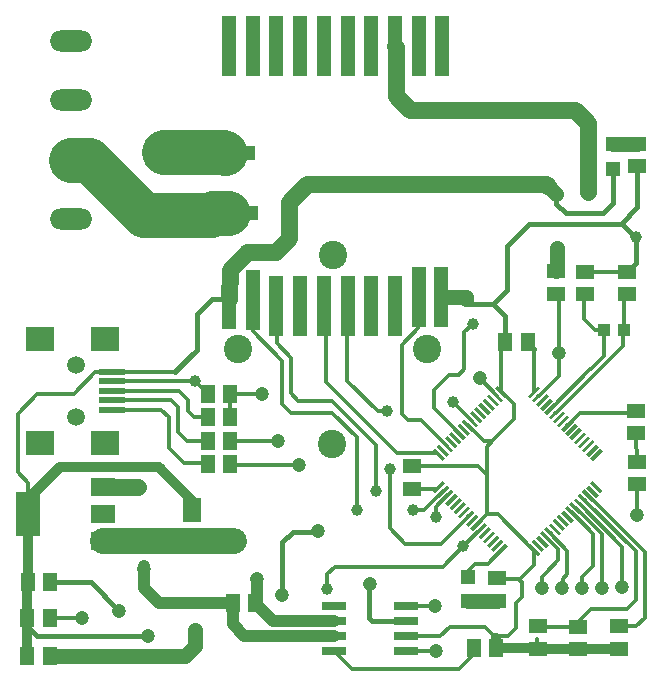
<source format=gbr>
G04 #@! TF.FileFunction,Copper,L1,Top,Signal*
%FSLAX46Y46*%
G04 Gerber Fmt 4.6, Leading zero omitted, Abs format (unit mm)*
G04 Created by KiCad (PCBNEW 4.0.6) date 07/21/17 09:20:33*
%MOMM*%
%LPD*%
G01*
G04 APERTURE LIST*
%ADD10C,0.100000*%
%ADD11R,1.500000X1.300000*%
%ADD12R,2.400000X2.000000*%
%ADD13R,2.308000X0.500000*%
%ADD14R,1.300000X1.500000*%
%ADD15R,2.032000X0.660400*%
%ADD16R,1.100000X1.000000*%
%ADD17R,2.000000X1.500000*%
%ADD18R,2.000000X3.800000*%
%ADD19R,1.200000X1.200000*%
%ADD20R,1.270000X5.080000*%
%ADD21O,3.581400X1.790700*%
%ADD22R,5.080000X1.270000*%
%ADD23R,1.500000X2.000000*%
%ADD24C,2.400000*%
%ADD25C,1.500000*%
%ADD26C,1.206400*%
%ADD27C,1.006400*%
%ADD28C,1.350000*%
%ADD29C,0.304800*%
%ADD30C,1.016000*%
%ADD31C,0.812800*%
%ADD32C,0.406400*%
%ADD33C,1.270000*%
%ADD34C,3.810000*%
%ADD35C,2.184400*%
%ADD36C,1.422400*%
G04 APERTURE END LIST*
D10*
D11*
X169252900Y-129313900D03*
X169252900Y-131213900D03*
X172707300Y-129263100D03*
X172707300Y-131163100D03*
X155206700Y-117624900D03*
X155206700Y-115724900D03*
D12*
X129242700Y-104908900D03*
D13*
X129806700Y-107708900D03*
X129806700Y-108508900D03*
X129806700Y-109308900D03*
X129806700Y-110108900D03*
X129806700Y-110908900D03*
D12*
X123742700Y-104908900D03*
X129242700Y-113708900D03*
X123742700Y-113708900D03*
D14*
X137899100Y-111569500D03*
X139799100Y-111569500D03*
X141907300Y-127292100D03*
X140007300Y-127292100D03*
X160428900Y-131102100D03*
X162328900Y-131102100D03*
D11*
X165900100Y-131137700D03*
X165900100Y-129237700D03*
D14*
X137899100Y-113550700D03*
X139799100Y-113550700D03*
X137899100Y-115531900D03*
X139799100Y-115531900D03*
D15*
X154724100Y-131330700D03*
X148577300Y-131330700D03*
X154724100Y-130060700D03*
X154724100Y-128790700D03*
X148577300Y-130060700D03*
X148577300Y-128790700D03*
X154724100Y-127520700D03*
X148577300Y-127520700D03*
D10*
G36*
X157147143Y-117999888D02*
X156935011Y-117787756D01*
X157783539Y-116939228D01*
X157995671Y-117151360D01*
X157147143Y-117999888D01*
X157147143Y-117999888D01*
G37*
G36*
X157500696Y-118353442D02*
X157288564Y-118141310D01*
X158137092Y-117292782D01*
X158349224Y-117504914D01*
X157500696Y-118353442D01*
X157500696Y-118353442D01*
G37*
G36*
X157854250Y-118706995D02*
X157642118Y-118494863D01*
X158490646Y-117646335D01*
X158702778Y-117858467D01*
X157854250Y-118706995D01*
X157854250Y-118706995D01*
G37*
G36*
X158207803Y-119060548D02*
X157995671Y-118848416D01*
X158844199Y-117999888D01*
X159056331Y-118212020D01*
X158207803Y-119060548D01*
X158207803Y-119060548D01*
G37*
G36*
X158561356Y-119414102D02*
X158349224Y-119201970D01*
X159197752Y-118353442D01*
X159409884Y-118565574D01*
X158561356Y-119414102D01*
X158561356Y-119414102D01*
G37*
G36*
X158914910Y-119767655D02*
X158702778Y-119555523D01*
X159551306Y-118706995D01*
X159763438Y-118919127D01*
X158914910Y-119767655D01*
X158914910Y-119767655D01*
G37*
G36*
X159268463Y-120121209D02*
X159056331Y-119909077D01*
X159904859Y-119060549D01*
X160116991Y-119272681D01*
X159268463Y-120121209D01*
X159268463Y-120121209D01*
G37*
G36*
X159622017Y-120474762D02*
X159409885Y-120262630D01*
X160258413Y-119414102D01*
X160470545Y-119626234D01*
X159622017Y-120474762D01*
X159622017Y-120474762D01*
G37*
G36*
X159975570Y-120828315D02*
X159763438Y-120616183D01*
X160611966Y-119767655D01*
X160824098Y-119979787D01*
X159975570Y-120828315D01*
X159975570Y-120828315D01*
G37*
G36*
X160329123Y-121181869D02*
X160116991Y-120969737D01*
X160965519Y-120121209D01*
X161177651Y-120333341D01*
X160329123Y-121181869D01*
X160329123Y-121181869D01*
G37*
G36*
X160682677Y-121535422D02*
X160470545Y-121323290D01*
X161319073Y-120474762D01*
X161531205Y-120686894D01*
X160682677Y-121535422D01*
X160682677Y-121535422D01*
G37*
G36*
X161036230Y-121888976D02*
X160824098Y-121676844D01*
X161672626Y-120828316D01*
X161884758Y-121040448D01*
X161036230Y-121888976D01*
X161036230Y-121888976D01*
G37*
G36*
X161389784Y-122242529D02*
X161177652Y-122030397D01*
X162026180Y-121181869D01*
X162238312Y-121394001D01*
X161389784Y-122242529D01*
X161389784Y-122242529D01*
G37*
G36*
X161743337Y-122596082D02*
X161531205Y-122383950D01*
X162379733Y-121535422D01*
X162591865Y-121747554D01*
X161743337Y-122596082D01*
X161743337Y-122596082D01*
G37*
G36*
X162096890Y-122949636D02*
X161884758Y-122737504D01*
X162733286Y-121888976D01*
X162945418Y-122101108D01*
X162096890Y-122949636D01*
X162096890Y-122949636D01*
G37*
G36*
X162450444Y-123303189D02*
X162238312Y-123091057D01*
X163086840Y-122242529D01*
X163298972Y-122454661D01*
X162450444Y-123303189D01*
X162450444Y-123303189D01*
G37*
G36*
X165844556Y-123303189D02*
X164996028Y-122454661D01*
X165208160Y-122242529D01*
X166056688Y-123091057D01*
X165844556Y-123303189D01*
X165844556Y-123303189D01*
G37*
G36*
X166198110Y-122949636D02*
X165349582Y-122101108D01*
X165561714Y-121888976D01*
X166410242Y-122737504D01*
X166198110Y-122949636D01*
X166198110Y-122949636D01*
G37*
G36*
X166551663Y-122596082D02*
X165703135Y-121747554D01*
X165915267Y-121535422D01*
X166763795Y-122383950D01*
X166551663Y-122596082D01*
X166551663Y-122596082D01*
G37*
G36*
X166905216Y-122242529D02*
X166056688Y-121394001D01*
X166268820Y-121181869D01*
X167117348Y-122030397D01*
X166905216Y-122242529D01*
X166905216Y-122242529D01*
G37*
G36*
X167258770Y-121888976D02*
X166410242Y-121040448D01*
X166622374Y-120828316D01*
X167470902Y-121676844D01*
X167258770Y-121888976D01*
X167258770Y-121888976D01*
G37*
G36*
X167612323Y-121535422D02*
X166763795Y-120686894D01*
X166975927Y-120474762D01*
X167824455Y-121323290D01*
X167612323Y-121535422D01*
X167612323Y-121535422D01*
G37*
G36*
X167965877Y-121181869D02*
X167117349Y-120333341D01*
X167329481Y-120121209D01*
X168178009Y-120969737D01*
X167965877Y-121181869D01*
X167965877Y-121181869D01*
G37*
G36*
X168319430Y-120828315D02*
X167470902Y-119979787D01*
X167683034Y-119767655D01*
X168531562Y-120616183D01*
X168319430Y-120828315D01*
X168319430Y-120828315D01*
G37*
G36*
X168672983Y-120474762D02*
X167824455Y-119626234D01*
X168036587Y-119414102D01*
X168885115Y-120262630D01*
X168672983Y-120474762D01*
X168672983Y-120474762D01*
G37*
G36*
X169026537Y-120121209D02*
X168178009Y-119272681D01*
X168390141Y-119060549D01*
X169238669Y-119909077D01*
X169026537Y-120121209D01*
X169026537Y-120121209D01*
G37*
G36*
X169380090Y-119767655D02*
X168531562Y-118919127D01*
X168743694Y-118706995D01*
X169592222Y-119555523D01*
X169380090Y-119767655D01*
X169380090Y-119767655D01*
G37*
G36*
X169733644Y-119414102D02*
X168885116Y-118565574D01*
X169097248Y-118353442D01*
X169945776Y-119201970D01*
X169733644Y-119414102D01*
X169733644Y-119414102D01*
G37*
G36*
X170087197Y-119060548D02*
X169238669Y-118212020D01*
X169450801Y-117999888D01*
X170299329Y-118848416D01*
X170087197Y-119060548D01*
X170087197Y-119060548D01*
G37*
G36*
X170440750Y-118706995D02*
X169592222Y-117858467D01*
X169804354Y-117646335D01*
X170652882Y-118494863D01*
X170440750Y-118706995D01*
X170440750Y-118706995D01*
G37*
G36*
X170794304Y-118353442D02*
X169945776Y-117504914D01*
X170157908Y-117292782D01*
X171006436Y-118141310D01*
X170794304Y-118353442D01*
X170794304Y-118353442D01*
G37*
G36*
X171147857Y-117999888D02*
X170299329Y-117151360D01*
X170511461Y-116939228D01*
X171359989Y-117787756D01*
X171147857Y-117999888D01*
X171147857Y-117999888D01*
G37*
G36*
X170511461Y-115242172D02*
X170299329Y-115030040D01*
X171147857Y-114181512D01*
X171359989Y-114393644D01*
X170511461Y-115242172D01*
X170511461Y-115242172D01*
G37*
G36*
X170157908Y-114888618D02*
X169945776Y-114676486D01*
X170794304Y-113827958D01*
X171006436Y-114040090D01*
X170157908Y-114888618D01*
X170157908Y-114888618D01*
G37*
G36*
X169804354Y-114535065D02*
X169592222Y-114322933D01*
X170440750Y-113474405D01*
X170652882Y-113686537D01*
X169804354Y-114535065D01*
X169804354Y-114535065D01*
G37*
G36*
X169450801Y-114181512D02*
X169238669Y-113969380D01*
X170087197Y-113120852D01*
X170299329Y-113332984D01*
X169450801Y-114181512D01*
X169450801Y-114181512D01*
G37*
G36*
X169097248Y-113827958D02*
X168885116Y-113615826D01*
X169733644Y-112767298D01*
X169945776Y-112979430D01*
X169097248Y-113827958D01*
X169097248Y-113827958D01*
G37*
G36*
X168743694Y-113474405D02*
X168531562Y-113262273D01*
X169380090Y-112413745D01*
X169592222Y-112625877D01*
X168743694Y-113474405D01*
X168743694Y-113474405D01*
G37*
G36*
X168390141Y-113120851D02*
X168178009Y-112908719D01*
X169026537Y-112060191D01*
X169238669Y-112272323D01*
X168390141Y-113120851D01*
X168390141Y-113120851D01*
G37*
G36*
X168036587Y-112767298D02*
X167824455Y-112555166D01*
X168672983Y-111706638D01*
X168885115Y-111918770D01*
X168036587Y-112767298D01*
X168036587Y-112767298D01*
G37*
G36*
X167683034Y-112413745D02*
X167470902Y-112201613D01*
X168319430Y-111353085D01*
X168531562Y-111565217D01*
X167683034Y-112413745D01*
X167683034Y-112413745D01*
G37*
G36*
X167329481Y-112060191D02*
X167117349Y-111848059D01*
X167965877Y-110999531D01*
X168178009Y-111211663D01*
X167329481Y-112060191D01*
X167329481Y-112060191D01*
G37*
G36*
X166975927Y-111706638D02*
X166763795Y-111494506D01*
X167612323Y-110645978D01*
X167824455Y-110858110D01*
X166975927Y-111706638D01*
X166975927Y-111706638D01*
G37*
G36*
X166622374Y-111353084D02*
X166410242Y-111140952D01*
X167258770Y-110292424D01*
X167470902Y-110504556D01*
X166622374Y-111353084D01*
X166622374Y-111353084D01*
G37*
G36*
X166268820Y-110999531D02*
X166056688Y-110787399D01*
X166905216Y-109938871D01*
X167117348Y-110151003D01*
X166268820Y-110999531D01*
X166268820Y-110999531D01*
G37*
G36*
X165915267Y-110645978D02*
X165703135Y-110433846D01*
X166551663Y-109585318D01*
X166763795Y-109797450D01*
X165915267Y-110645978D01*
X165915267Y-110645978D01*
G37*
G36*
X165561714Y-110292424D02*
X165349582Y-110080292D01*
X166198110Y-109231764D01*
X166410242Y-109443896D01*
X165561714Y-110292424D01*
X165561714Y-110292424D01*
G37*
G36*
X165208160Y-109938871D02*
X164996028Y-109726739D01*
X165844556Y-108878211D01*
X166056688Y-109090343D01*
X165208160Y-109938871D01*
X165208160Y-109938871D01*
G37*
G36*
X163086840Y-109938871D02*
X162238312Y-109090343D01*
X162450444Y-108878211D01*
X163298972Y-109726739D01*
X163086840Y-109938871D01*
X163086840Y-109938871D01*
G37*
G36*
X162733286Y-110292424D02*
X161884758Y-109443896D01*
X162096890Y-109231764D01*
X162945418Y-110080292D01*
X162733286Y-110292424D01*
X162733286Y-110292424D01*
G37*
G36*
X162379733Y-110645978D02*
X161531205Y-109797450D01*
X161743337Y-109585318D01*
X162591865Y-110433846D01*
X162379733Y-110645978D01*
X162379733Y-110645978D01*
G37*
G36*
X162026180Y-110999531D02*
X161177652Y-110151003D01*
X161389784Y-109938871D01*
X162238312Y-110787399D01*
X162026180Y-110999531D01*
X162026180Y-110999531D01*
G37*
G36*
X161672626Y-111353084D02*
X160824098Y-110504556D01*
X161036230Y-110292424D01*
X161884758Y-111140952D01*
X161672626Y-111353084D01*
X161672626Y-111353084D01*
G37*
G36*
X161319073Y-111706638D02*
X160470545Y-110858110D01*
X160682677Y-110645978D01*
X161531205Y-111494506D01*
X161319073Y-111706638D01*
X161319073Y-111706638D01*
G37*
G36*
X160965519Y-112060191D02*
X160116991Y-111211663D01*
X160329123Y-110999531D01*
X161177651Y-111848059D01*
X160965519Y-112060191D01*
X160965519Y-112060191D01*
G37*
G36*
X160611966Y-112413745D02*
X159763438Y-111565217D01*
X159975570Y-111353085D01*
X160824098Y-112201613D01*
X160611966Y-112413745D01*
X160611966Y-112413745D01*
G37*
G36*
X160258413Y-112767298D02*
X159409885Y-111918770D01*
X159622017Y-111706638D01*
X160470545Y-112555166D01*
X160258413Y-112767298D01*
X160258413Y-112767298D01*
G37*
G36*
X159904859Y-113120851D02*
X159056331Y-112272323D01*
X159268463Y-112060191D01*
X160116991Y-112908719D01*
X159904859Y-113120851D01*
X159904859Y-113120851D01*
G37*
G36*
X159551306Y-113474405D02*
X158702778Y-112625877D01*
X158914910Y-112413745D01*
X159763438Y-113262273D01*
X159551306Y-113474405D01*
X159551306Y-113474405D01*
G37*
G36*
X159197752Y-113827958D02*
X158349224Y-112979430D01*
X158561356Y-112767298D01*
X159409884Y-113615826D01*
X159197752Y-113827958D01*
X159197752Y-113827958D01*
G37*
G36*
X158844199Y-114181512D02*
X157995671Y-113332984D01*
X158207803Y-113120852D01*
X159056331Y-113969380D01*
X158844199Y-114181512D01*
X158844199Y-114181512D01*
G37*
G36*
X158490646Y-114535065D02*
X157642118Y-113686537D01*
X157854250Y-113474405D01*
X158702778Y-114322933D01*
X158490646Y-114535065D01*
X158490646Y-114535065D01*
G37*
G36*
X158137092Y-114888618D02*
X157288564Y-114040090D01*
X157500696Y-113827958D01*
X158349224Y-114676486D01*
X158137092Y-114888618D01*
X158137092Y-114888618D01*
G37*
G36*
X157783539Y-115242172D02*
X156935011Y-114393644D01*
X157147143Y-114181512D01*
X157995671Y-115030040D01*
X157783539Y-115242172D01*
X157783539Y-115242172D01*
G37*
D11*
X174205900Y-111000500D03*
X174205900Y-112900500D03*
X174231300Y-117243900D03*
X174231300Y-115343900D03*
D16*
X171425500Y-104152700D03*
X173125500Y-104152700D03*
D11*
X173443900Y-101140300D03*
X173443900Y-99240300D03*
X169862500Y-101140300D03*
X169862500Y-99240300D03*
D14*
X164995900Y-105219500D03*
X163095900Y-105219500D03*
D11*
X167373300Y-99214900D03*
X167373300Y-101114900D03*
D14*
X139799100Y-109588300D03*
X137899100Y-109588300D03*
X122608300Y-131737100D03*
X124508300Y-131737100D03*
X122659100Y-125514100D03*
X124559100Y-125514100D03*
X122633700Y-128511300D03*
X124533700Y-128511300D03*
D17*
X129019700Y-122048300D03*
X129019700Y-119748300D03*
X129019700Y-117448300D03*
D18*
X122719700Y-119748300D03*
D19*
X159905700Y-127148300D03*
X159905700Y-125048300D03*
D11*
X162369500Y-127073700D03*
X162369500Y-125173700D03*
D19*
X172199300Y-88421500D03*
X172199300Y-90521500D03*
D11*
X174282100Y-88419900D03*
X174282100Y-90319900D03*
D20*
X139687300Y-101536500D03*
X141744700Y-101612700D03*
X143725900Y-102120700D03*
X145757900Y-102095300D03*
X147764500Y-102095300D03*
X149771100Y-102095300D03*
X151752300Y-102095300D03*
X153758900Y-102120700D03*
X155765500Y-101384100D03*
X157695900Y-101409500D03*
X157721300Y-80124300D03*
X155765500Y-80149700D03*
X153758900Y-80124300D03*
X151752300Y-80149700D03*
X149771100Y-80124300D03*
X147764500Y-80149700D03*
X145732500Y-80124300D03*
X143725900Y-80124300D03*
X141744700Y-80124300D03*
X139712700Y-80098900D03*
D21*
X126352300Y-94736300D03*
X126352300Y-89736300D03*
X126352300Y-84736300D03*
X126352300Y-79736300D03*
D22*
X139357100Y-89192100D03*
X139585700Y-94272100D03*
D23*
X136588500Y-122013500D03*
X136588500Y-119413500D03*
D24*
X156476700Y-105803700D03*
X148475700Y-97802700D03*
X140474700Y-105803700D03*
X148450300Y-113804700D03*
D25*
X126758700Y-107099100D03*
X126784100Y-111493300D03*
D26*
X142532100Y-109562900D03*
X167652700Y-106133900D03*
X167881300Y-125971300D03*
X143878300Y-113601500D03*
X166179500Y-125996700D03*
X145656300Y-115582700D03*
X157213300Y-131356100D03*
X172986700Y-125920500D03*
X157111700Y-127546100D03*
X171259500Y-125971300D03*
X142049500Y-125285500D03*
X132524500Y-124371100D03*
X174231300Y-119849900D03*
X159753300Y-101536500D03*
D27*
X138341100Y-94272100D03*
X174205900Y-96278700D03*
X136842500Y-108496100D03*
X140169900Y-122008900D03*
D26*
X151625300Y-125691900D03*
X132880100Y-130035300D03*
X167424100Y-92671900D03*
X167474900Y-97218500D03*
D28*
X131991100Y-117487700D03*
D27*
X134226300Y-89065100D03*
D26*
X130416300Y-127927100D03*
X144233900Y-126606300D03*
X147205700Y-121196100D03*
X160921700Y-108242100D03*
D27*
X136791700Y-129527300D03*
X148043900Y-126072900D03*
X158661100Y-110248700D03*
X159532284Y-122473681D03*
D26*
X127241300Y-128536700D03*
X169608500Y-125971300D03*
D27*
X150507700Y-119367300D03*
X155257500Y-119418100D03*
X157238700Y-120002300D03*
X152158700Y-117817900D03*
X153301700Y-115938300D03*
X153073100Y-111061500D03*
D26*
X170065700Y-92468700D03*
D27*
X160337500Y-103619300D03*
D29*
X129806700Y-110108900D02*
X134797700Y-110108900D01*
X134797700Y-110108900D02*
X135369300Y-110680500D01*
X135369300Y-110680500D02*
X135369300Y-112814100D01*
X135369300Y-112814100D02*
X136131300Y-113576100D01*
X136131300Y-113576100D02*
X137873700Y-113576100D01*
X137873700Y-113576100D02*
X137899100Y-113550700D01*
X129806700Y-110908900D02*
X133972100Y-110908900D01*
X133972100Y-110908900D02*
X134632700Y-111569500D01*
X134632700Y-111569500D02*
X134632700Y-114185700D01*
X134632700Y-114185700D02*
X135902700Y-115455700D01*
X135902700Y-115455700D02*
X137822900Y-115455700D01*
X137822900Y-115455700D02*
X137899100Y-115531900D01*
X139799100Y-109588300D02*
X139799100Y-111569500D01*
X167652700Y-108038900D02*
X167652700Y-106133900D01*
X167652700Y-106133900D02*
X167652700Y-101394300D01*
X167652700Y-101394300D02*
X167373300Y-101114900D01*
X165879909Y-109762097D02*
X165929503Y-109762097D01*
X165929503Y-109762097D02*
X167652700Y-108038900D01*
X139799100Y-109588300D02*
X142582900Y-109588300D01*
X142582900Y-109588300D02*
X142532100Y-109562900D01*
X166940569Y-121358647D02*
X166940569Y-121423769D01*
X166940569Y-121423769D02*
X168363900Y-122847100D01*
X168363900Y-122847100D02*
X168363900Y-124802900D01*
X168363900Y-124802900D02*
X167957500Y-125209300D01*
X167957500Y-125209300D02*
X167957500Y-125793500D01*
X167957500Y-125793500D02*
X167881300Y-125971300D01*
X143878300Y-113601500D02*
X139849900Y-113601500D01*
X139849900Y-113601500D02*
X139799100Y-113550700D01*
X166587016Y-121712200D02*
X166587016Y-121730616D01*
X166587016Y-121730616D02*
X167601900Y-122745500D01*
X167601900Y-122745500D02*
X167601900Y-123659900D01*
X167601900Y-123659900D02*
X166560500Y-124726700D01*
X166560500Y-124726700D02*
X166484300Y-124828300D01*
X166484300Y-124828300D02*
X166179500Y-125107700D01*
X166179500Y-125107700D02*
X166179500Y-125996700D01*
X145656300Y-115582700D02*
X139875300Y-115608100D01*
X139875300Y-115608100D02*
X139799100Y-115531900D01*
X154724100Y-131330700D02*
X157187900Y-131330700D01*
X157187900Y-131330700D02*
X157213300Y-131356100D01*
X172986700Y-125920500D02*
X173012100Y-122531228D01*
X173012100Y-122531228D02*
X169415444Y-118883772D01*
X154724100Y-127520700D02*
X157086300Y-127520700D01*
X157086300Y-127520700D02*
X157111700Y-127546100D01*
X171259500Y-125971300D02*
X171259500Y-121434937D01*
X171259500Y-121434937D02*
X169061891Y-119237328D01*
D30*
X148577300Y-128790700D02*
X143405900Y-128790700D01*
X143405900Y-128790700D02*
X142049500Y-127434300D01*
X142049500Y-127434300D02*
X141907300Y-127292100D01*
X142049500Y-125285500D02*
X142049500Y-127434300D01*
D29*
X160428900Y-131102100D02*
X160428900Y-131620300D01*
X160428900Y-131620300D02*
X159194500Y-132854700D01*
X159194500Y-132854700D02*
X150101300Y-132854700D01*
X150101300Y-132854700D02*
X148577300Y-131330700D01*
D30*
X148577300Y-130060700D02*
X141008100Y-130060700D01*
X141008100Y-130060700D02*
X140017500Y-129070100D01*
X140017500Y-129070100D02*
X140017500Y-127302300D01*
X140017500Y-127302300D02*
X140007300Y-127292100D01*
X140007300Y-127292100D02*
X133743700Y-127292100D01*
X133743700Y-127292100D02*
X132499100Y-126047500D01*
X132499100Y-126047500D02*
X132499100Y-124142500D01*
X132499100Y-124142500D02*
X132524500Y-124371100D01*
D29*
X169252900Y-129313900D02*
X165976300Y-129313900D01*
X165976300Y-129313900D02*
X165900100Y-129237700D01*
X169768997Y-118530219D02*
X169812819Y-118530219D01*
X169252900Y-129313900D02*
X169252900Y-128866900D01*
X169252900Y-128866900D02*
X170319700Y-127800100D01*
X170319700Y-127800100D02*
X173393100Y-127800100D01*
X173393100Y-127800100D02*
X174129700Y-127063500D01*
X174129700Y-127063500D02*
X174129700Y-122890922D01*
X174129700Y-122890922D02*
X169768997Y-118530219D01*
X172707300Y-129263100D02*
X174190700Y-129263100D01*
X174190700Y-129263100D02*
X174917100Y-128536700D01*
X174917100Y-128536700D02*
X174917100Y-122971216D01*
X174917100Y-122971216D02*
X170122550Y-118176666D01*
X155206700Y-117624900D02*
X157310000Y-117624900D01*
X157310000Y-117624900D02*
X157465341Y-117469559D01*
X165747700Y-130350300D02*
X165900100Y-131137700D01*
D31*
X162328900Y-131102100D02*
X162328900Y-130263900D01*
X162328900Y-131102100D02*
X165864500Y-131102100D01*
X165864500Y-131102100D02*
X165900100Y-131137700D01*
X165900100Y-131137700D02*
X169176700Y-131137700D01*
X169176700Y-131137700D02*
X169252900Y-131213900D01*
X169252900Y-131213900D02*
X172605700Y-131213900D01*
X172605700Y-131213900D02*
X172707300Y-131163100D01*
D29*
X154724100Y-130060700D02*
X157594300Y-130060700D01*
X157594300Y-130060700D02*
X158381700Y-129273300D01*
X158381700Y-129273300D02*
X161338300Y-129273300D01*
X161338300Y-129273300D02*
X162328900Y-130263900D01*
X129806700Y-108508900D02*
X136819700Y-108508900D01*
X136819700Y-108508900D02*
X137899100Y-109588300D01*
X173443900Y-99240300D02*
X169862500Y-99240300D01*
X174231300Y-117243900D02*
X174231300Y-119849900D01*
X174256700Y-98427500D02*
X173443900Y-99240300D01*
X159778700Y-101841300D02*
X159753300Y-101536500D01*
X165526356Y-122772859D02*
X165470259Y-122772859D01*
X165470259Y-122772859D02*
X162471100Y-119773700D01*
X162471100Y-119773700D02*
X161525159Y-119773700D01*
X161525159Y-119773700D02*
X160647319Y-120651541D01*
D32*
X163095900Y-105219500D02*
X163095900Y-102948700D01*
X163095900Y-102948700D02*
X162090100Y-101942900D01*
X162090100Y-101942900D02*
X159829500Y-101942900D01*
X159829500Y-101942900D02*
X159753300Y-101536500D01*
D29*
X162768641Y-109408544D02*
X162768641Y-105546759D01*
D32*
X162768641Y-105546759D02*
X163095900Y-105219500D01*
D29*
X162768641Y-109408544D02*
X162824744Y-109408544D01*
X162824744Y-109408544D02*
X163842700Y-110426500D01*
X163842700Y-110426500D02*
X163842700Y-111696500D01*
X163842700Y-111696500D02*
X162521900Y-113017300D01*
X162521900Y-113017300D02*
X162521900Y-113042700D01*
X162521900Y-113042700D02*
X161963100Y-113601500D01*
X161963100Y-113601500D02*
X161304744Y-113601500D01*
X161304744Y-113601500D02*
X159940213Y-112236969D01*
X161525159Y-119773700D02*
X161525159Y-116471700D01*
X161525159Y-116471700D02*
X161525159Y-114039441D01*
X161525159Y-114039441D02*
X161963100Y-113601500D01*
D33*
X157695900Y-101409500D02*
X159753300Y-101358700D01*
X159753300Y-101358700D02*
X159753300Y-101536500D01*
D34*
X139585700Y-94272100D02*
X138341100Y-94272100D01*
D32*
X162090100Y-101942900D02*
X163258500Y-100774500D01*
X163258500Y-100774500D02*
X163258500Y-97015300D01*
X163258500Y-97015300D02*
X165087300Y-95186500D01*
X165087300Y-95186500D02*
X172859700Y-95186500D01*
X172859700Y-95186500D02*
X173012813Y-95186500D01*
X173012813Y-95186500D02*
X174206009Y-96379697D01*
X174206009Y-96379697D02*
X174206009Y-98478191D01*
X174206009Y-98478191D02*
X173443900Y-99240300D01*
X174205900Y-96278700D02*
X174205900Y-98478300D01*
X174205900Y-98478300D02*
X173443900Y-99240300D01*
X174282100Y-90319900D02*
X174282100Y-93764100D01*
X174282100Y-93764100D02*
X172859700Y-95186500D01*
D29*
X137899100Y-109588300D02*
X137899100Y-109552700D01*
X137899100Y-109552700D02*
X136842500Y-108496100D01*
X155206700Y-115724900D02*
X160778359Y-115724900D01*
X160778359Y-115724900D02*
X161525159Y-116471700D01*
X165526356Y-122772859D02*
X165526356Y-124059044D01*
X165526356Y-124059044D02*
X164376100Y-125209300D01*
X164376100Y-125209300D02*
X164147500Y-125209300D01*
X162405100Y-125209300D02*
X162369500Y-125173700D01*
X162405100Y-125209300D02*
X164147500Y-125209300D01*
X164147500Y-125209300D02*
X164477700Y-125539500D01*
X164477700Y-125539500D02*
X164477700Y-126758700D01*
X164477700Y-126758700D02*
X163969700Y-127266700D01*
X163969700Y-127266700D02*
X163969700Y-129400300D01*
X163969700Y-129400300D02*
X163334700Y-130035300D01*
X163334700Y-130035300D02*
X162557500Y-130035300D01*
X162557500Y-130035300D02*
X162328900Y-130263900D01*
D35*
X129019700Y-122048300D02*
X140130500Y-122048300D01*
X140130500Y-122048300D02*
X140169900Y-122008900D01*
D29*
X136588500Y-122013500D02*
X128896900Y-122013500D01*
X128896900Y-122013500D02*
X128866900Y-121983500D01*
X128866900Y-121983500D02*
X128968500Y-121983500D01*
X128968500Y-121983500D02*
X129070100Y-122085100D01*
D34*
X126352300Y-89736300D02*
X127810900Y-89736300D01*
X127810900Y-89736300D02*
X132473700Y-94399100D01*
X132473700Y-94399100D02*
X138214100Y-94399100D01*
X138214100Y-94399100D02*
X138341100Y-94272100D01*
D31*
X122608300Y-131737100D02*
X122608300Y-129222500D01*
X122608300Y-129222500D02*
X122608300Y-128536700D01*
X122608300Y-128536700D02*
X122633700Y-128511300D01*
X122633700Y-128511300D02*
X122633700Y-125539500D01*
X122633700Y-125539500D02*
X122659100Y-125514100D01*
X122659100Y-125514100D02*
X122659100Y-119808900D01*
X122659100Y-119808900D02*
X122719700Y-119748300D01*
D32*
X154724100Y-128790700D02*
X151828500Y-128790700D01*
X151828500Y-128790700D02*
X151574500Y-128536700D01*
X151574500Y-128536700D02*
X151574500Y-125564900D01*
X151574500Y-125564900D02*
X151625300Y-125691900D01*
X132880100Y-130035300D02*
X123421100Y-130035300D01*
X123421100Y-130035300D02*
X122608300Y-129222500D01*
D29*
X122719700Y-119748300D02*
X122719700Y-118478300D01*
X122719700Y-118478300D02*
X122719700Y-117106300D01*
X122719700Y-117106300D02*
X121805700Y-116192300D01*
X121805700Y-116192300D02*
X121805700Y-111239300D01*
X121805700Y-111239300D02*
X123482100Y-109562900D01*
X123482100Y-109562900D02*
X126555500Y-109562900D01*
X126555500Y-109562900D02*
X128384300Y-107734100D01*
X128384300Y-107734100D02*
X129781500Y-107734100D01*
X129781500Y-107734100D02*
X129806700Y-107708900D01*
X129806700Y-107708900D02*
X135064300Y-107734300D01*
X135064300Y-107734300D02*
X136994900Y-105829100D01*
D33*
X166814500Y-92062300D02*
X167424100Y-92671900D01*
X167474900Y-97218500D02*
X167474900Y-99113300D01*
X167474900Y-99113300D02*
X167373300Y-99214900D01*
D32*
X136994900Y-105829100D02*
X136994900Y-102806500D01*
X136994900Y-102806500D02*
X138239500Y-101561900D01*
X138239500Y-101561900D02*
X139687300Y-101536500D01*
D36*
X139687300Y-101536500D02*
X139763500Y-99047300D01*
X139763500Y-99047300D02*
X141236700Y-97574100D01*
X141236700Y-97574100D02*
X143649700Y-97574100D01*
X143649700Y-97574100D02*
X144818100Y-96405700D01*
X144818100Y-96405700D02*
X144818100Y-93306900D01*
X144818100Y-93306900D02*
X146291300Y-91833700D01*
X146291300Y-91833700D02*
X166585900Y-91833700D01*
X166585900Y-91833700D02*
X166814500Y-92062300D01*
D32*
X136994900Y-105829100D02*
X136994900Y-105854500D01*
X136994900Y-105854500D02*
X135140700Y-107708700D01*
X172199300Y-90521500D02*
X172199300Y-93408500D01*
X172199300Y-93408500D02*
X171335700Y-94272100D01*
X171335700Y-94272100D02*
X168236900Y-94272100D01*
X168236900Y-94272100D02*
X167424100Y-93459300D01*
X167424100Y-93459300D02*
X167424100Y-92671900D01*
D31*
X136588500Y-119413500D02*
X136588500Y-118630700D01*
X136588500Y-118630700D02*
X133743700Y-115785900D01*
X133743700Y-115785900D02*
X125386700Y-115785900D01*
X125386700Y-115785900D02*
X122719700Y-118478300D01*
D36*
X129019700Y-117448300D02*
X131951700Y-117448300D01*
X131951700Y-117448300D02*
X131991100Y-117487700D01*
D34*
X134226300Y-89065100D02*
X139230100Y-89065100D01*
X139230100Y-89065100D02*
X139357100Y-89192100D01*
D29*
X129806700Y-109308900D02*
X135470900Y-109308900D01*
X135470900Y-109308900D02*
X136258300Y-110096300D01*
X136258300Y-110096300D02*
X136258300Y-111010700D01*
X136258300Y-111010700D02*
X136766300Y-111518700D01*
X136766300Y-111518700D02*
X137848300Y-111518700D01*
X137848300Y-111518700D02*
X137899100Y-111569500D01*
X174205900Y-112900500D02*
X174205900Y-113159500D01*
X174205900Y-113159500D02*
X174231300Y-115343900D01*
X168354784Y-112236969D02*
X168382231Y-112236969D01*
X168382231Y-112236969D02*
X169456100Y-111163100D01*
X169456100Y-111163100D02*
X174043300Y-111163100D01*
X174043300Y-111163100D02*
X174205900Y-111000500D01*
X171425500Y-104152700D02*
X170675300Y-104152700D01*
X170675300Y-104152700D02*
X169760900Y-103238300D01*
X169760900Y-103238300D02*
X169760900Y-101241900D01*
X169760900Y-101241900D02*
X169862500Y-101140300D01*
X166940569Y-110822756D02*
X166951644Y-110822756D01*
X166951644Y-110822756D02*
X170294300Y-107480100D01*
X170294300Y-107480100D02*
X170319700Y-107480100D01*
X170319700Y-107480100D02*
X171437300Y-106362500D01*
X171437300Y-106362500D02*
X171437300Y-104164500D01*
X171437300Y-104164500D02*
X171425500Y-104152700D01*
X173125500Y-104152700D02*
X173125500Y-101458700D01*
X173125500Y-101458700D02*
X173443900Y-101140300D01*
X167294125Y-111176309D02*
X167360091Y-111176309D01*
X167360091Y-111176309D02*
X170827700Y-107708700D01*
X170827700Y-107708700D02*
X170853100Y-107708700D01*
X170853100Y-107708700D02*
X173037500Y-105524300D01*
X173037500Y-105524300D02*
X173037500Y-104240700D01*
X173037500Y-104240700D02*
X173125500Y-104152700D01*
D32*
X124559100Y-125514100D02*
X128003300Y-125514100D01*
X128003300Y-125514100D02*
X130416300Y-127927100D01*
X144233900Y-126606300D02*
X144233900Y-122110500D01*
X144233900Y-122110500D02*
X145148300Y-121246900D01*
X145148300Y-121246900D02*
X147154900Y-121246900D01*
X147154900Y-121246900D02*
X147205700Y-121196100D01*
X160921700Y-108242100D02*
X160921700Y-108268709D01*
D29*
X160921700Y-108268709D02*
X162415088Y-109762097D01*
D33*
X124508300Y-131737100D02*
X135953500Y-131737100D01*
X135953500Y-131737100D02*
X136791700Y-130898900D01*
X136791700Y-130898900D02*
X136791700Y-129527300D01*
D29*
X148043900Y-126072900D02*
X148043900Y-124853700D01*
X148043900Y-124853700D02*
X148704300Y-124193300D01*
X148704300Y-124193300D02*
X157812666Y-124193300D01*
X157812666Y-124193300D02*
X159532284Y-122473681D01*
X160293766Y-111883416D02*
X160293766Y-111881366D01*
X160293766Y-111881366D02*
X158661100Y-110248700D01*
X159532284Y-122473681D02*
X161000872Y-121005094D01*
X124533700Y-128511300D02*
X126377700Y-128511300D01*
X126377700Y-128511300D02*
X127241300Y-128536700D01*
X169608500Y-125971300D02*
X169583100Y-125056900D01*
X169583100Y-125056900D02*
X170522900Y-124117100D01*
X170522900Y-124117100D02*
X170522900Y-121405444D01*
X170522900Y-121405444D02*
X168708338Y-119590881D01*
X165526356Y-109408544D02*
X165526356Y-105749956D01*
D32*
X165526356Y-105749956D02*
X164995900Y-105219500D01*
D29*
X141744700Y-101612700D02*
X141744700Y-104279700D01*
X141744700Y-104279700D02*
X144233900Y-106819700D01*
X144233900Y-106819700D02*
X144233900Y-110451900D01*
X144233900Y-110451900D02*
X144970500Y-111188500D01*
X144970500Y-111188500D02*
X148450300Y-111188500D01*
X148450300Y-111188500D02*
X150507700Y-113245900D01*
X150507700Y-113245900D02*
X150507700Y-119367300D01*
X155257500Y-119418100D02*
X156223906Y-119418100D01*
X156223906Y-119418100D02*
X157818894Y-117823112D01*
X158172447Y-118176666D02*
X158172447Y-118179553D01*
X158172447Y-118179553D02*
X157238700Y-119113300D01*
X157238700Y-119113300D02*
X157238700Y-120002300D01*
X152158700Y-117817900D02*
X152158700Y-113880900D01*
X152158700Y-113880900D02*
X148424900Y-110147100D01*
X148424900Y-110147100D02*
X145580100Y-110147100D01*
X145580100Y-110147100D02*
X144970500Y-109537500D01*
X144970500Y-109537500D02*
X144970500Y-106514900D01*
X144970500Y-106514900D02*
X143751300Y-105295700D01*
X143751300Y-105295700D02*
X143751300Y-102146100D01*
X143751300Y-102146100D02*
X143725900Y-102120700D01*
X157465341Y-114711844D02*
X157282244Y-114584844D01*
X157282244Y-114584844D02*
X153904044Y-114584844D01*
X153904044Y-114584844D02*
X147942300Y-108597700D01*
X147891500Y-106972100D02*
X147891500Y-102222300D01*
X147891500Y-102222300D02*
X147764500Y-102095300D01*
X147942300Y-108597700D02*
X147916900Y-106997500D01*
X147916900Y-106997500D02*
X147891500Y-106972100D01*
X159940213Y-119944434D02*
X159940213Y-119993187D01*
X159940213Y-119993187D02*
X157670500Y-122262900D01*
X157670500Y-122262900D02*
X154647900Y-122262900D01*
X154647900Y-122262900D02*
X153327100Y-120916700D01*
X153327100Y-120916700D02*
X153301700Y-115938300D01*
X153073100Y-111061500D02*
X152311100Y-111061500D01*
X152311100Y-111061500D02*
X149720300Y-108470700D01*
X149720300Y-108470700D02*
X149720300Y-102146100D01*
X149720300Y-102146100D02*
X149771100Y-102095300D01*
D33*
X159905700Y-127148300D02*
X162294900Y-127148300D01*
X162294900Y-127148300D02*
X162369500Y-127073700D01*
D36*
X170065700Y-92468700D02*
X170065700Y-86626700D01*
X170065700Y-86626700D02*
X168998900Y-85559900D01*
X168998900Y-85559900D02*
X155054300Y-85559900D01*
X155054300Y-85559900D02*
X153885900Y-84391500D01*
X153835100Y-80200500D02*
X153758900Y-80124300D01*
X153835100Y-81699100D02*
X153835100Y-80200500D01*
X153885900Y-84391500D02*
X153885900Y-81749900D01*
X153885900Y-81749900D02*
X153835100Y-81699100D01*
D29*
X159233106Y-112944075D02*
X159222875Y-112944075D01*
X159222875Y-112944075D02*
X157035500Y-110756700D01*
X157035500Y-110756700D02*
X157035500Y-109258100D01*
X157035500Y-109258100D02*
X158356300Y-107937300D01*
X158356300Y-107937300D02*
X159169100Y-107937300D01*
X159169100Y-107937300D02*
X159600900Y-107505500D01*
X159600900Y-107505500D02*
X159600900Y-104355900D01*
X159600900Y-104355900D02*
X160337500Y-103619300D01*
D33*
X172199300Y-88421500D02*
X174282100Y-88421500D01*
X174282100Y-88421500D02*
X174282100Y-88419900D01*
D29*
X159905700Y-125048300D02*
X159905700Y-124574300D01*
X159905700Y-124574300D02*
X160540700Y-123939300D01*
X160540700Y-123939300D02*
X161602200Y-123939300D01*
X161602200Y-123939300D02*
X162768641Y-122772859D01*
X158172447Y-114004737D02*
X158172447Y-114001847D01*
X158172447Y-114001847D02*
X155943300Y-111772700D01*
X155943300Y-111772700D02*
X154851100Y-111772700D01*
X154851100Y-111772700D02*
X154368500Y-111290100D01*
X154368500Y-111290100D02*
X154368500Y-105397300D01*
X154368500Y-105397300D02*
X155740100Y-104025700D01*
X155740100Y-104025700D02*
X155740100Y-101892100D01*
X155740100Y-101892100D02*
X155765500Y-101384100D01*
M02*

</source>
